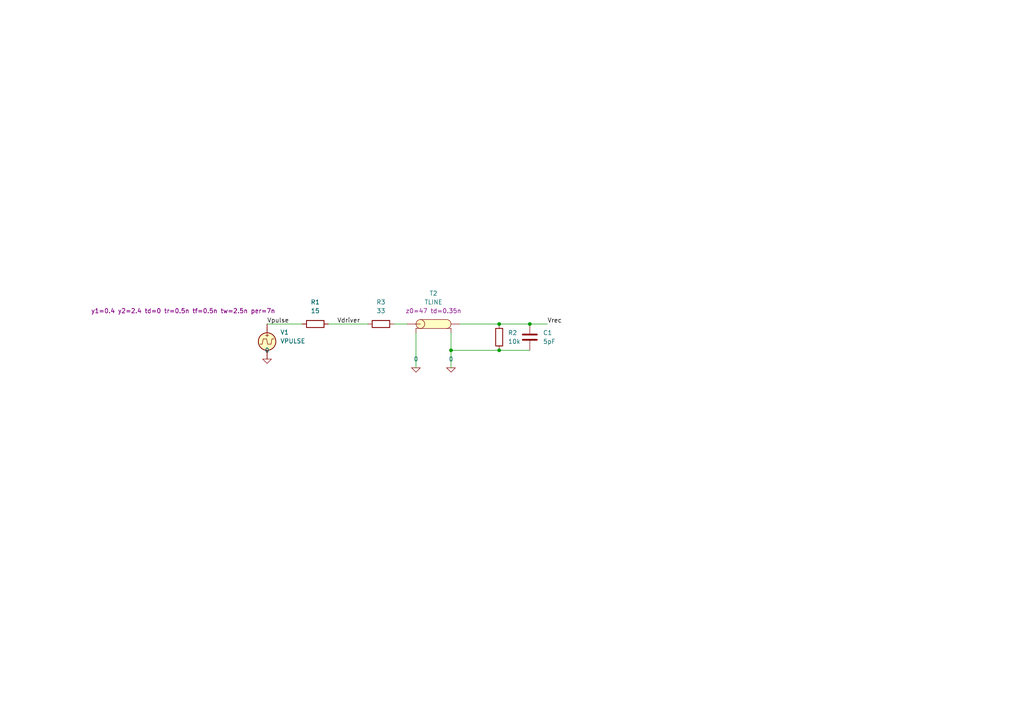
<source format=kicad_sch>
(kicad_sch (version 20231120) (generator "eeschema") (generator_version "8.0")
  (paper "A4")
  (lib_symbols
    (symbol "Device:C" (pin_numbers hide) (pin_names (offset 0.254))
      (property "Reference" "C" (at 0.635 2.54 0))
      (property "Value" "C" (at 0.635 -2.54 0))
      (symbol "C_0_1"
        (polyline (pts (xy -2.032 -0.762) (xy 2.032 -0.762)) (stroke (width 0.508)))
        (polyline (pts (xy -2.032 0.762) (xy 2.032 0.762)) (stroke (width 0.508)))
      )
      (symbol "C_1_1"
        (pin passive line (at 0 3.81 270) (length 2.794) (name "~") (number "1"))
        (pin passive line (at 0 -3.81 90) (length 2.794) (name "~") (number "2"))
      )
    )
    (symbol "Device:R" (pin_numbers hide) (pin_names (offset 0))
      (property "Reference" "R" (at 2.032 0 90))
      (property "Value" "R" (at 0 0 90))
      (symbol "R_0_1"
        (rectangle (start -1.016 -2.54) (end 1.016 2.54) (stroke (width 0.254)))
      )
      (symbol "R_1_1"
        (pin passive line (at 0 3.81 270) (length 1.27) (name "~") (number "1"))
        (pin passive line (at 0 -3.81 90) (length 1.27) (name "~") (number "2"))
      )
    )
    (symbol "Simulation_SPICE:0" (power) (pin_numbers hide) (pin_names (offset 0) hide)
      (property "Value" "0" (at 0 -2.54 0))
      (symbol "0_0_1"
        (polyline (pts (xy -1.27 0) (xy 0 -1.27) (xy 1.27 0) (xy -1.27 0)))
      )
      (symbol "0_1_1"
        (pin power_in line (at 0 0 0) (length 0) (name "~") (number "1"))
      )
    )
    (symbol "Simulation_SPICE:TLINE" (pin_numbers hide) (in_bom no) (on_board no)
      (property "Reference" "T" (at 0 7.62 0))
      (property "Value" "TLINE" (at 0 5.08 0))
      (property "Sim.Params" "z0=50 td=10n" (at 0 2.54 0))
      (symbol "TLINE_0_1"
        (circle (center -3.81 0) (radius 1.27))
        (circle (center -3.81 0) (radius 1.27) (stroke (width -0.0001)) (fill (type background)))
        (rectangle (start -3.81 1.27) (end 3.81 -1.27) (stroke (width -0.0001)) (fill (type background)))
        (polyline (pts (xy -5.08 -1.27) (xy 3.81 -1.27)))
        (polyline (pts (xy -3.81 0) (xy -5.08 0)))
        (polyline (pts (xy -3.81 1.27) (xy 3.81 1.27)))
        (polyline (pts (xy 5.08 -1.27) (xy 3.81 -1.27)))
        (circle (center 3.81 0) (radius 1.27) (stroke (width -0.0001)) (fill (type background)))
        (arc (start 3.8776 -1.27) (mid 5.0818 0) (end 3.8776 1.27))
      )
      (symbol "TLINE_1_1"
        (pin passive line (at -7.62 0 0) (length 2.54) (name "") (number "1"))
        (pin passive line (at -5.08 -2.54 90) (length 1.27) (name "") (number "2"))
        (pin passive line (at 7.62 0 180) (length 2.54) (name "") (number "3"))
        (pin passive line (at 5.08 -2.54 90) (length 1.27) (name "") (number "4"))
      )
    )
    (symbol "Simulation_SPICE:VPULSE" (pin_numbers hide) (pin_names (offset 0.0254))
      (property "Reference" "V" (at 2.54 2.54 0))
      (property "Value" "VPULSE" (at 2.54 0 0))
      (property "Sim.Params" "y1=0 y2=1 td=2n tr=2n tf=2n tw=50n per=100n" (at 2.54 -2.54 0))
      (symbol "VPULSE_0_0"
        (polyline (pts (xy -2.032 -0.762) (xy -1.397 -0.762) (xy -1.143 0.762) (xy -0.127 0.762) (xy 0.127 -0.762) (xy 1.143 -0.762) (xy 1.397 0.762) (xy 2.032 0.762)))
        (text "+" (at 0 1.905 0) (effects (font (size 1.27 1.27))))
      )
      (symbol "VPULSE_0_1"
        (circle (center 0 0) (radius 2.54) (stroke (width 0.254)) (fill (type background)))
      )
      (symbol "VPULSE_1_1"
        (pin passive line (at 0 5.08 270) (length 2.54) (name "~") (number "1"))
        (pin passive line (at 0 -5.08 90) (length 2.54) (name "~") (number "2"))
      )
    )
  )
  (junction (at 144.78 93.98))
  (junction (at 153.67 93.98))
  (junction (at 130.81 101.6))
  (junction (at 144.78 101.6))
  (wire (pts (xy 114.3 93.98) (xy 118.11 93.98)))
  (wire (pts (xy 77.47 93.98) (xy 87.63 93.98)))
  (wire (pts (xy 153.67 93.98) (xy 158.75 93.98)))
  (wire (pts (xy 144.78 93.98) (xy 153.67 93.98)))
  (wire (pts (xy 144.78 101.6) (xy 153.67 101.6)))
  (wire (pts (xy 130.81 96.52) (xy 130.81 101.6)))
  (wire (pts (xy 120.65 96.52) (xy 120.65 106.68)))
  (wire (pts (xy 95.25 93.98) (xy 106.68 93.98)))
  (wire (pts (xy 130.81 101.6) (xy 144.78 101.6)))
  (wire (pts (xy 130.81 101.6) (xy 130.81 106.68)))
  (wire (pts (xy 133.35 93.98) (xy 144.78 93.98)))
  (label "Vrec" (at 158.75 93.98 0))
  (label "Vpulse" (at 77.47 93.98 0))
  (label "Vdriver" (at 97.79 93.98 0))
  (symbol (lib_id "Device:R") (at 110.49 93.98 90) (unit 1)
    (property "Reference" "R3" (at 110.49 87.63 90))
    (property "Value" "33" (at 110.49 90.17 90))
    (property "Description" "Resistor" (effects (hide yes)))
  )
  (symbol (lib_id "Simulation_SPICE:0") (at 77.47 104.14 0) (unit 1)
    (property "Reference" "#GND01" (effects (hide yes)))
    (property "Value" "0" (at 77.47 101.6 0))
    (property "Datasheet" "https://ngspice.sourceforge.io/docs/ngspice-html-manual/manual.xhtml#subsec_Circuit_elements__device" (effects (hide yes)))
    (property "Description" "0V reference potential for simulation" (effects (hide yes)))
  )
  (symbol (lib_id "Simulation_SPICE:VPULSE") (at 77.47 99.06 0) (unit 1)
    (property "Reference" "V1" (at 81.28 96.3901 0) (effects (justify left)))
    (property "Value" "VPULSE" (at 81.28 98.9301 0) (effects (justify left)))
    (property "Datasheet" "https://ngspice.sourceforge.io/docs/ngspice-html-manual/manual.xhtml#sec_Independent_Sources_for" (effects (hide yes)))
    (property "Description" "Voltage source, pulse" (effects (hide yes)))
    (property "Sim.Pins" "1=+ 2=-" (effects (hide yes)))
    (property "Sim.Type" "PULSE" (effects (hide yes)))
    (property "Sim.Device" "V" (effects (hide yes)))
    (property "Sim.Params" "y1=0.4 y2=2.4 td=0 tr=0.5n tf=0.5n tw=2.5n per=7n" (at 26.416 90.17 0) (effects (justify left)))
  )
  (symbol (lib_id "Simulation_SPICE:0") (at 130.81 106.68 0) (unit 1)
    (property "Reference" "#GND03" (effects (hide yes)))
    (property "Value" "0" (at 130.81 104.14 0))
    (property "Datasheet" "https://ngspice.sourceforge.io/docs/ngspice-html-manual/manual.xhtml#subsec_Circuit_elements__device" (effects (hide yes)))
    (property "Description" "0V reference potential for simulation" (effects (hide yes)))
  )
  (symbol (lib_id "Simulation_SPICE:0") (at 120.65 106.68 0) (unit 1)
    (property "Reference" "#GND02" (effects (hide yes)))
    (property "Value" "0" (at 120.65 104.14 0))
    (property "Datasheet" "https://ngspice.sourceforge.io/docs/ngspice-html-manual/manual.xhtml#subsec_Circuit_elements__device" (effects (hide yes)))
    (property "Description" "0V reference potential for simulation" (effects (hide yes)))
  )
  (symbol (lib_id "Device:R") (at 91.44 93.98 90) (unit 1)
    (property "Reference" "R1" (at 91.44 87.63 90))
    (property "Value" "15" (at 91.44 90.17 90))
    (property "Description" "Resistor" (effects (hide yes)))
  )
  (symbol (lib_id "Device:C") (at 153.67 97.79 0) (unit 1)
    (property "Reference" "C1" (at 157.48 96.5199 0) (effects (justify left)))
    (property "Value" "5pF" (at 157.48 99.0599 0) (effects (justify left)))
    (property "Description" "Unpolarized capacitor" (effects (hide yes)))
  )
  (symbol (lib_id "Device:R") (at 144.78 97.79 180) (unit 1)
    (property "Reference" "R2" (at 147.32 96.5199 0) (effects (justify right)))
    (property "Value" "10k" (at 147.32 99.0599 0) (effects (justify right)))
    (property "Description" "Resistor" (effects (hide yes)))
  )
  (symbol (lib_id "Simulation_SPICE:TLINE") (at 125.73 93.98 0) (unit 1) (in_bom no) (on_board no)
    (property "Reference" "T2" (at 125.7309 85.09 0))
    (property "Value" "TLINE" (at 125.7309 87.63 0))
    (property "Datasheet" "https://ngspice.sourceforge.io/docs/ngspice-html-manual/manual.xhtml#sec_Lossless_Transmission_Lines" (effects (hide yes)))
    (property "Description" "Lossless transmission line, for simulation only" (effects (hide yes)))
    (property "Sim.Device" "TLINE" (effects (hide yes)))
    (property "Sim.Pins" "1=1+ 2=1- 3=2+ 4=2-" (effects (hide yes)))
    (property "Sim.Params" "z0=47 td=0.35n" (at 125.7309 90.17 0))
  )
)
</source>
